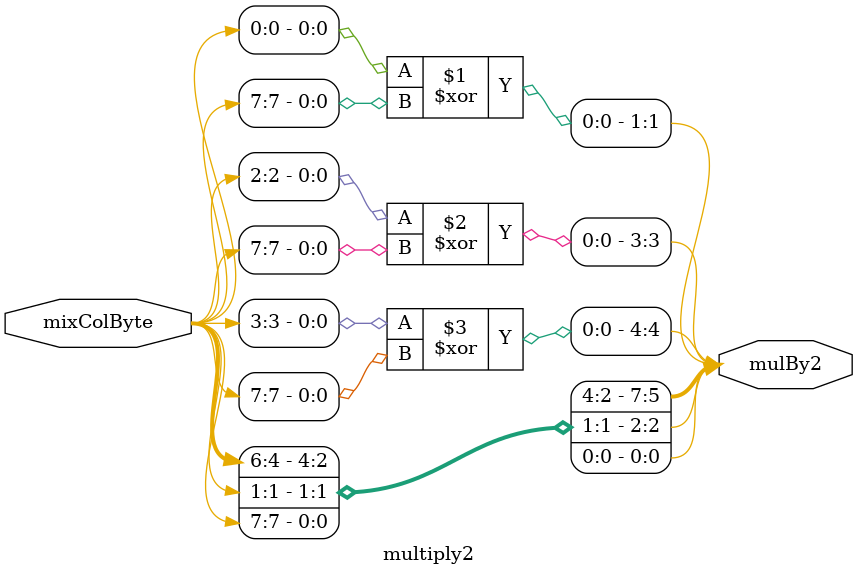
<source format=sv>
`timescale 1ns / 100ps

module multiply2
(
	input logic [7:0] mixColByte,
	output logic [7:0] mulBy2
);

assign mulBy2 = {mixColByte[6:4], mixColByte[3] ^ mixColByte[7], mixColByte[2] ^ mixColByte[7], mixColByte[1], mixColByte[0] ^ mixColByte[7], mixColByte[7]};

endmodule

</source>
